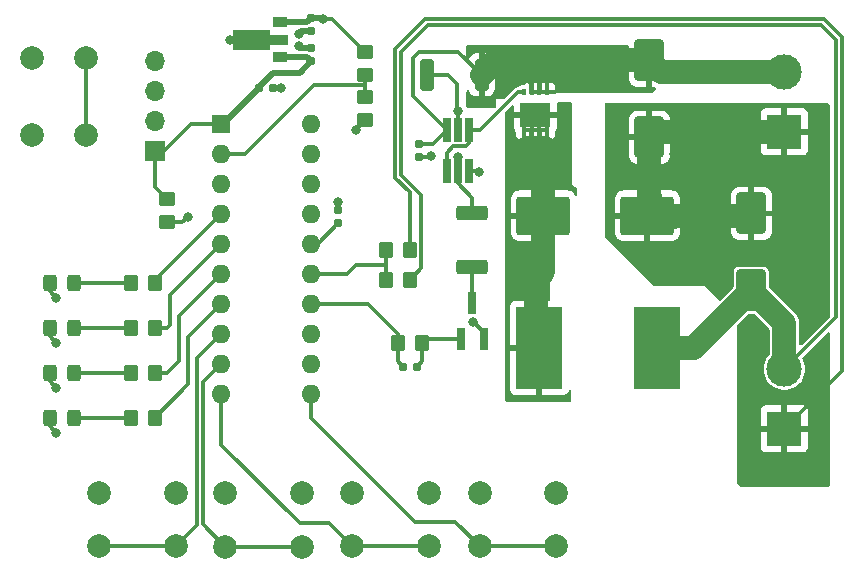
<source format=gtl>
G04 #@! TF.GenerationSoftware,KiCad,Pcbnew,7.0.7*
G04 #@! TF.CreationDate,2023-12-28T09:21:24+02:00*
G04 #@! TF.ProjectId,LED Dimmer,4c454420-4469-46d6-9d65-722e6b696361,rev?*
G04 #@! TF.SameCoordinates,Original*
G04 #@! TF.FileFunction,Copper,L1,Top*
G04 #@! TF.FilePolarity,Positive*
%FSLAX46Y46*%
G04 Gerber Fmt 4.6, Leading zero omitted, Abs format (unit mm)*
G04 Created by KiCad (PCBNEW 7.0.7) date 2023-12-28 09:21:24*
%MOMM*%
%LPD*%
G01*
G04 APERTURE LIST*
G04 Aperture macros list*
%AMRoundRect*
0 Rectangle with rounded corners*
0 $1 Rounding radius*
0 $2 $3 $4 $5 $6 $7 $8 $9 X,Y pos of 4 corners*
0 Add a 4 corners polygon primitive as box body*
4,1,4,$2,$3,$4,$5,$6,$7,$8,$9,$2,$3,0*
0 Add four circle primitives for the rounded corners*
1,1,$1+$1,$2,$3*
1,1,$1+$1,$4,$5*
1,1,$1+$1,$6,$7*
1,1,$1+$1,$8,$9*
0 Add four rect primitives between the rounded corners*
20,1,$1+$1,$2,$3,$4,$5,0*
20,1,$1+$1,$4,$5,$6,$7,0*
20,1,$1+$1,$6,$7,$8,$9,0*
20,1,$1+$1,$8,$9,$2,$3,0*%
%AMFreePoly0*
4,1,9,3.862500,-0.866500,0.737500,-0.866500,0.737500,-0.450000,-0.737500,-0.450000,-0.737500,0.450000,0.737500,0.450000,0.737500,0.866500,3.862500,0.866500,3.862500,-0.866500,3.862500,-0.866500,$1*%
G04 Aperture macros list end*
G04 #@! TA.AperFunction,ComponentPad*
%ADD10R,3.000000X3.000000*%
G04 #@! TD*
G04 #@! TA.AperFunction,ComponentPad*
%ADD11C,3.000000*%
G04 #@! TD*
G04 #@! TA.AperFunction,SMDPad,CuDef*
%ADD12RoundRect,0.250000X0.350000X0.450000X-0.350000X0.450000X-0.350000X-0.450000X0.350000X-0.450000X0*%
G04 #@! TD*
G04 #@! TA.AperFunction,ComponentPad*
%ADD13R,1.700000X1.700000*%
G04 #@! TD*
G04 #@! TA.AperFunction,ComponentPad*
%ADD14O,1.700000X1.700000*%
G04 #@! TD*
G04 #@! TA.AperFunction,SMDPad,CuDef*
%ADD15RoundRect,0.155000X-0.212500X-0.155000X0.212500X-0.155000X0.212500X0.155000X-0.212500X0.155000X0*%
G04 #@! TD*
G04 #@! TA.AperFunction,SMDPad,CuDef*
%ADD16RoundRect,0.250000X-0.450000X0.350000X-0.450000X-0.350000X0.450000X-0.350000X0.450000X0.350000X0*%
G04 #@! TD*
G04 #@! TA.AperFunction,ComponentPad*
%ADD17C,2.000000*%
G04 #@! TD*
G04 #@! TA.AperFunction,SMDPad,CuDef*
%ADD18R,0.650000X2.000000*%
G04 #@! TD*
G04 #@! TA.AperFunction,SMDPad,CuDef*
%ADD19RoundRect,0.250000X-0.325000X-0.450000X0.325000X-0.450000X0.325000X0.450000X-0.325000X0.450000X0*%
G04 #@! TD*
G04 #@! TA.AperFunction,SMDPad,CuDef*
%ADD20RoundRect,0.155000X-0.155000X0.212500X-0.155000X-0.212500X0.155000X-0.212500X0.155000X0.212500X0*%
G04 #@! TD*
G04 #@! TA.AperFunction,SMDPad,CuDef*
%ADD21RoundRect,0.250000X-0.350000X-0.450000X0.350000X-0.450000X0.350000X0.450000X-0.350000X0.450000X0*%
G04 #@! TD*
G04 #@! TA.AperFunction,SMDPad,CuDef*
%ADD22RoundRect,0.250000X1.000000X-1.500000X1.000000X1.500000X-1.000000X1.500000X-1.000000X-1.500000X0*%
G04 #@! TD*
G04 #@! TA.AperFunction,SMDPad,CuDef*
%ADD23RoundRect,0.155000X0.155000X-0.212500X0.155000X0.212500X-0.155000X0.212500X-0.155000X-0.212500X0*%
G04 #@! TD*
G04 #@! TA.AperFunction,SMDPad,CuDef*
%ADD24RoundRect,0.250000X2.000000X-1.400000X2.000000X1.400000X-2.000000X1.400000X-2.000000X-1.400000X0*%
G04 #@! TD*
G04 #@! TA.AperFunction,SMDPad,CuDef*
%ADD25R,4.000000X7.000000*%
G04 #@! TD*
G04 #@! TA.AperFunction,SMDPad,CuDef*
%ADD26R,0.400000X0.600000*%
G04 #@! TD*
G04 #@! TA.AperFunction,SMDPad,CuDef*
%ADD27R,0.400000X0.550000*%
G04 #@! TD*
G04 #@! TA.AperFunction,SMDPad,CuDef*
%ADD28R,2.650000X2.030000*%
G04 #@! TD*
G04 #@! TA.AperFunction,SMDPad,CuDef*
%ADD29R,0.800000X1.900000*%
G04 #@! TD*
G04 #@! TA.AperFunction,SMDPad,CuDef*
%ADD30R,1.300000X0.900000*%
G04 #@! TD*
G04 #@! TA.AperFunction,SMDPad,CuDef*
%ADD31FreePoly0,180.000000*%
G04 #@! TD*
G04 #@! TA.AperFunction,SMDPad,CuDef*
%ADD32RoundRect,0.250000X-1.000000X1.500000X-1.000000X-1.500000X1.000000X-1.500000X1.000000X1.500000X0*%
G04 #@! TD*
G04 #@! TA.AperFunction,ComponentPad*
%ADD33R,1.600000X1.600000*%
G04 #@! TD*
G04 #@! TA.AperFunction,ComponentPad*
%ADD34O,1.600000X1.600000*%
G04 #@! TD*
G04 #@! TA.AperFunction,SMDPad,CuDef*
%ADD35RoundRect,0.250000X-0.362500X-1.075000X0.362500X-1.075000X0.362500X1.075000X-0.362500X1.075000X0*%
G04 #@! TD*
G04 #@! TA.AperFunction,SMDPad,CuDef*
%ADD36RoundRect,0.250000X1.075000X-0.362500X1.075000X0.362500X-1.075000X0.362500X-1.075000X-0.362500X0*%
G04 #@! TD*
G04 #@! TA.AperFunction,ViaPad*
%ADD37C,0.800000*%
G04 #@! TD*
G04 #@! TA.AperFunction,Conductor*
%ADD38C,0.300000*%
G04 #@! TD*
G04 #@! TA.AperFunction,Conductor*
%ADD39C,2.000000*%
G04 #@! TD*
G04 #@! TA.AperFunction,Conductor*
%ADD40C,0.500000*%
G04 #@! TD*
G04 APERTURE END LIST*
D10*
X237190000Y-90874000D03*
D11*
X237190000Y-85794000D03*
D12*
X183864000Y-111252000D03*
X181864000Y-111252000D03*
D13*
X183896000Y-92456000D03*
D14*
X183896000Y-89916000D03*
X183896000Y-87376000D03*
X183896000Y-84836000D03*
D15*
X192726500Y-87122000D03*
X193861500Y-87122000D03*
D16*
X201676000Y-84090000D03*
X201676000Y-86090000D03*
D17*
X189842000Y-121484000D03*
X196342000Y-121484000D03*
X189842000Y-125984000D03*
X196342000Y-125984000D03*
D18*
X208620000Y-94152000D03*
X209570000Y-94152000D03*
X210520000Y-94152000D03*
X210520000Y-90732000D03*
X209570000Y-90732000D03*
X208620000Y-90732000D03*
D19*
X174972000Y-103632000D03*
X177022000Y-103632000D03*
D20*
X197104000Y-81220500D03*
X197104000Y-82355500D03*
D21*
X203470000Y-100838000D03*
X205470000Y-100838000D03*
D22*
X234396000Y-104284000D03*
X234396000Y-97784000D03*
D17*
X211380000Y-121448000D03*
X217880000Y-121448000D03*
X211380000Y-125948000D03*
X217880000Y-125948000D03*
D12*
X183864000Y-107442000D03*
X181864000Y-107442000D03*
D19*
X174972000Y-111252000D03*
X177022000Y-111252000D03*
D23*
X197104000Y-84895500D03*
X197104000Y-83760500D03*
D15*
X204918500Y-110744000D03*
X206053500Y-110744000D03*
D17*
X173518000Y-91134000D03*
X173518000Y-84634000D03*
X178018000Y-91134000D03*
X178018000Y-84634000D03*
D12*
X183864000Y-115062000D03*
X181864000Y-115062000D03*
D24*
X216788000Y-97986000D03*
X225588000Y-97986000D03*
D16*
X201676000Y-87900000D03*
X201676000Y-89900000D03*
D25*
X216442000Y-109162000D03*
X226442000Y-109162000D03*
D26*
X217083000Y-87496000D03*
X216433000Y-87496000D03*
X215783000Y-87496000D03*
X215133000Y-87496000D03*
D27*
X217083000Y-90721000D03*
X216433000Y-90721000D03*
D28*
X216108000Y-89431000D03*
D27*
X215783000Y-90721000D03*
X215133000Y-90721000D03*
D23*
X199390000Y-98611500D03*
X199390000Y-97476500D03*
D29*
X209824000Y-108376000D03*
X211724000Y-108376000D03*
X210774000Y-105376000D03*
D19*
X174972000Y-107442000D03*
X177022000Y-107442000D03*
D30*
X194482000Y-84558000D03*
D31*
X194394500Y-83058000D03*
D30*
X194482000Y-81558000D03*
D20*
X206268000Y-91874500D03*
X206268000Y-93009500D03*
D16*
X184912000Y-96536000D03*
X184912000Y-98536000D03*
D21*
X204486000Y-108712000D03*
X206486000Y-108712000D03*
D12*
X183880000Y-103632000D03*
X181880000Y-103632000D03*
D17*
X200562000Y-121448000D03*
X207062000Y-121448000D03*
X200562000Y-125948000D03*
X207062000Y-125948000D03*
D32*
X225760000Y-84830000D03*
X225760000Y-91330000D03*
D17*
X179174000Y-121448000D03*
X185674000Y-121448000D03*
X179174000Y-125948000D03*
X185674000Y-125948000D03*
D33*
X189494000Y-90175000D03*
D34*
X189494000Y-92715000D03*
X189494000Y-95255000D03*
X189494000Y-97795000D03*
X189494000Y-100335000D03*
X189494000Y-102875000D03*
X189494000Y-105415000D03*
X189494000Y-107955000D03*
X189494000Y-110495000D03*
X189494000Y-113035000D03*
X197114000Y-113035000D03*
X197114000Y-110495000D03*
X197114000Y-107955000D03*
X197114000Y-105415000D03*
X197114000Y-102875000D03*
X197114000Y-100335000D03*
X197114000Y-97795000D03*
X197114000Y-95255000D03*
X197114000Y-92715000D03*
X197114000Y-90175000D03*
D35*
X206937500Y-86048000D03*
X211562500Y-86048000D03*
D10*
X237190000Y-116020000D03*
D11*
X237190000Y-110940000D03*
D12*
X205470000Y-103378000D03*
X203470000Y-103378000D03*
D36*
X210774000Y-102330500D03*
X210774000Y-97705500D03*
D19*
X174981000Y-115062000D03*
X177031000Y-115062000D03*
D37*
X196088000Y-83566000D03*
X235966000Y-119380000D03*
X240030000Y-117094000D03*
X233934000Y-101346000D03*
X227838000Y-103124000D03*
X229870000Y-94488000D03*
X231902000Y-98044000D03*
X175514000Y-112522000D03*
X237998000Y-97790000D03*
X191770000Y-83058000D03*
X240030000Y-104902000D03*
X237998000Y-101346000D03*
X240030000Y-101346000D03*
X196088000Y-82550000D03*
X227838000Y-92710000D03*
X231902000Y-90932000D03*
X199390000Y-96774000D03*
X237998000Y-94234000D03*
X193040000Y-83058000D03*
X211328000Y-94234000D03*
X237998000Y-103124000D03*
X175514000Y-116332000D03*
X227838000Y-90932000D03*
X234442000Y-114808000D03*
X237998000Y-119380000D03*
X200914000Y-90678000D03*
X231902000Y-103124000D03*
X233934000Y-94488000D03*
X240030000Y-114808000D03*
X240030000Y-103124000D03*
X231902000Y-94488000D03*
X229870000Y-98044000D03*
X231902000Y-92710000D03*
X175514000Y-104902000D03*
X237998000Y-99568000D03*
X225806000Y-96266000D03*
X234442000Y-110236000D03*
X225806000Y-92710000D03*
X234442000Y-107950000D03*
X229870000Y-103124000D03*
X237998000Y-96012000D03*
X190246000Y-83058000D03*
X227838000Y-94488000D03*
X227838000Y-101346000D03*
X229870000Y-101346000D03*
X240030000Y-97790000D03*
X233934000Y-98044000D03*
X234442000Y-112522000D03*
X231902000Y-101346000D03*
X240030000Y-94234000D03*
X194564000Y-87122000D03*
X210820000Y-106934000D03*
X235966000Y-101346000D03*
X227838000Y-98044000D03*
X225806000Y-94488000D03*
X207284000Y-92950000D03*
X233934000Y-90932000D03*
X194564000Y-83058000D03*
X225806000Y-98044000D03*
X240030000Y-119380000D03*
X234442000Y-119380000D03*
X225806000Y-90932000D03*
X229870000Y-92710000D03*
X229870000Y-90932000D03*
X240030000Y-110236000D03*
X240030000Y-96012000D03*
X175514000Y-108712000D03*
X233934000Y-92710000D03*
X240030000Y-99568000D03*
X234442000Y-117094000D03*
X198120000Y-81280000D03*
X186690000Y-98044000D03*
X209550000Y-92964000D03*
X209570000Y-89140000D03*
X215392000Y-89916000D03*
X215392000Y-88900000D03*
X216916000Y-92202000D03*
X215392000Y-92202000D03*
X216916000Y-93472000D03*
X215392000Y-94742000D03*
X216916000Y-88900000D03*
X216916000Y-94742000D03*
X218440000Y-92202000D03*
X218440000Y-93472000D03*
X216916000Y-89916000D03*
X218440000Y-94742000D03*
X215392000Y-93472000D03*
D38*
X197114000Y-105415000D02*
X201935000Y-105415000D01*
X201935000Y-105415000D02*
X204486000Y-107966000D01*
X204486000Y-107966000D02*
X204486000Y-108712000D01*
X204486000Y-108712000D02*
X204486000Y-110311500D01*
X204486000Y-110311500D02*
X204918500Y-110744000D01*
X206486000Y-108712000D02*
X206486000Y-110311500D01*
X206486000Y-108712000D02*
X206822000Y-108376000D01*
X206822000Y-108376000D02*
X209824000Y-108376000D01*
X206486000Y-110311500D02*
X206053500Y-110744000D01*
D39*
X225806000Y-98044000D02*
X225864000Y-97986000D01*
X225806000Y-90932000D02*
X225806000Y-91284000D01*
X229870000Y-90932000D02*
X229812000Y-90874000D01*
X225760000Y-92664000D02*
X225806000Y-92710000D01*
X225806000Y-94488000D02*
X225760000Y-94534000D01*
D38*
X199390000Y-97476500D02*
X199390000Y-96774000D01*
X174981000Y-115062000D02*
X174981000Y-115799000D01*
D39*
X233934000Y-98044000D02*
X233992000Y-97986000D01*
D38*
X174972000Y-103632000D02*
X174972000Y-104360000D01*
X205470000Y-100838000D02*
X205470000Y-95996000D01*
D40*
X196282500Y-82355500D02*
X196088000Y-82550000D01*
X191770000Y-83058000D02*
X190246000Y-83058000D01*
D38*
X242062000Y-82804000D02*
X242062000Y-111148000D01*
X242062000Y-111148000D02*
X237190000Y-116020000D01*
D39*
X226216000Y-90874000D02*
X226158000Y-90932000D01*
X233992000Y-90874000D02*
X233934000Y-90932000D01*
D38*
X204216000Y-83820000D02*
X206756000Y-81280000D01*
D39*
X225760000Y-92756000D02*
X225760000Y-94442000D01*
X233934000Y-90932000D02*
X233876000Y-90874000D01*
D38*
X207224500Y-93009500D02*
X207284000Y-92950000D01*
D40*
X197104000Y-82355500D02*
X196282500Y-82355500D01*
D38*
X206756000Y-81280000D02*
X240538000Y-81280000D01*
D39*
X231960000Y-90874000D02*
X231902000Y-90932000D01*
D38*
X204216000Y-94742000D02*
X204216000Y-83820000D01*
D39*
X227838000Y-98044000D02*
X227896000Y-97986000D01*
D38*
X174972000Y-111980000D02*
X175514000Y-112522000D01*
X206268000Y-93009500D02*
X207224500Y-93009500D01*
X174972000Y-107442000D02*
X174972000Y-108170000D01*
D39*
X225864000Y-97986000D02*
X227780000Y-97986000D01*
D38*
X211246000Y-94152000D02*
X210520000Y-94152000D01*
D39*
X231844000Y-97986000D02*
X231902000Y-98044000D01*
X233992000Y-97986000D02*
X234194000Y-97986000D01*
X229928000Y-97986000D02*
X231844000Y-97986000D01*
X231844000Y-90874000D02*
X229928000Y-90874000D01*
D38*
X210820000Y-106934000D02*
X211724000Y-107838000D01*
D39*
X231902000Y-98044000D02*
X231960000Y-97986000D01*
X225760000Y-97814000D02*
X225588000Y-97986000D01*
X225748000Y-97986000D02*
X225806000Y-98044000D01*
D40*
X193861500Y-87122000D02*
X194564000Y-87122000D01*
D38*
X174981000Y-115799000D02*
X175514000Y-116332000D01*
D39*
X233876000Y-90874000D02*
X231960000Y-90874000D01*
D38*
X174972000Y-104360000D02*
X175514000Y-104902000D01*
D39*
X225760000Y-94534000D02*
X225760000Y-96220000D01*
X231960000Y-97986000D02*
X233876000Y-97986000D01*
D38*
X201676000Y-89916000D02*
X200914000Y-90678000D01*
D39*
X225588000Y-97986000D02*
X225748000Y-97986000D01*
D38*
X240538000Y-81280000D02*
X242062000Y-82804000D01*
D39*
X231902000Y-90932000D02*
X231844000Y-90874000D01*
X225806000Y-91284000D02*
X225760000Y-91330000D01*
X229928000Y-90874000D02*
X229870000Y-90932000D01*
X225806000Y-96266000D02*
X225760000Y-96312000D01*
X227780000Y-90874000D02*
X226216000Y-90874000D01*
D38*
X211724000Y-107838000D02*
X211724000Y-108376000D01*
D39*
X227896000Y-90874000D02*
X227838000Y-90932000D01*
X229812000Y-90874000D02*
X227896000Y-90874000D01*
X225806000Y-92710000D02*
X225760000Y-92756000D01*
X229812000Y-97986000D02*
X229870000Y-98044000D01*
X225760000Y-96220000D02*
X225806000Y-96266000D01*
D40*
X196282500Y-83760500D02*
X196088000Y-83566000D01*
D38*
X174972000Y-111252000D02*
X174972000Y-111980000D01*
D39*
X227896000Y-97986000D02*
X229812000Y-97986000D01*
D38*
X174972000Y-108170000D02*
X175514000Y-108712000D01*
D39*
X225760000Y-96312000D02*
X225760000Y-97814000D01*
X237190000Y-90874000D02*
X233992000Y-90874000D01*
X225760000Y-94442000D02*
X225806000Y-94488000D01*
X233876000Y-97986000D02*
X233934000Y-98044000D01*
D40*
X197104000Y-83760500D02*
X196282500Y-83760500D01*
D39*
X229870000Y-98044000D02*
X229928000Y-97986000D01*
D38*
X201676000Y-89900000D02*
X201676000Y-89916000D01*
X205470000Y-95996000D02*
X204216000Y-94742000D01*
D39*
X225760000Y-91330000D02*
X225760000Y-92664000D01*
X226158000Y-90932000D02*
X225806000Y-90932000D01*
D38*
X211328000Y-94234000D02*
X211246000Y-94152000D01*
D39*
X227780000Y-97986000D02*
X227838000Y-98044000D01*
X227838000Y-90932000D02*
X227780000Y-90874000D01*
X234194000Y-97986000D02*
X234396000Y-97784000D01*
D40*
X194482000Y-81558000D02*
X196766500Y-81558000D01*
X197104000Y-81220500D02*
X198060500Y-81220500D01*
D38*
X215842000Y-86048000D02*
X216433000Y-86639000D01*
D40*
X196766500Y-81558000D02*
X197104000Y-81220500D01*
D38*
X208620000Y-90732000D02*
X205740000Y-87852000D01*
X214935000Y-86048000D02*
X215842000Y-86048000D01*
X215783000Y-86896000D02*
X215783000Y-87496000D01*
D40*
X198060500Y-81220500D02*
X198120000Y-81280000D01*
D38*
X215842000Y-86048000D02*
X216604000Y-86048000D01*
X205740000Y-84582000D02*
X206248000Y-84074000D01*
D39*
X212780500Y-84830000D02*
X225760000Y-84830000D01*
X211562500Y-86048000D02*
X212780500Y-84830000D01*
D38*
X216433000Y-86639000D02*
X216433000Y-87496000D01*
X206248000Y-84074000D02*
X209588500Y-84074000D01*
X198866000Y-81280000D02*
X198120000Y-81280000D01*
D39*
X237190000Y-85794000D02*
X226724000Y-85794000D01*
X226724000Y-85794000D02*
X225760000Y-84830000D01*
D38*
X214935000Y-86048000D02*
X215783000Y-86896000D01*
X216604000Y-86048000D02*
X217083000Y-86527000D01*
X201676000Y-84090000D02*
X198866000Y-81280000D01*
X205740000Y-87852000D02*
X205740000Y-84582000D01*
X206268000Y-91874500D02*
X207477500Y-91874500D01*
X217083000Y-86527000D02*
X217083000Y-87496000D01*
X211562500Y-86048000D02*
X214935000Y-86048000D01*
X209588500Y-84074000D02*
X211562500Y-86048000D01*
X207477500Y-91874500D02*
X208620000Y-90732000D01*
D40*
X196766500Y-84558000D02*
X197104000Y-84895500D01*
D38*
X186944000Y-90170000D02*
X186949000Y-90175000D01*
D40*
X189673500Y-90175000D02*
X192726500Y-87122000D01*
X189499000Y-90170000D02*
X189494000Y-90175000D01*
D38*
X186949000Y-90175000D02*
X189494000Y-90175000D01*
D40*
X193908401Y-85852000D02*
X196147500Y-85852000D01*
D38*
X184658000Y-92456000D02*
X186944000Y-90170000D01*
D40*
X196147500Y-85852000D02*
X197104000Y-84895500D01*
D38*
X183896000Y-92456000D02*
X184658000Y-92456000D01*
D40*
X189494000Y-90175000D02*
X189673500Y-90175000D01*
D38*
X183896000Y-95520000D02*
X183896000Y-92456000D01*
X184912000Y-96536000D02*
X183896000Y-95520000D01*
D40*
X192726500Y-87033901D02*
X193908401Y-85852000D01*
X192726500Y-87122000D02*
X192726500Y-87033901D01*
X194482000Y-84558000D02*
X196766500Y-84558000D01*
D38*
X184912000Y-98536000D02*
X186198000Y-98536000D01*
X197114000Y-100335000D02*
X197666500Y-100335000D01*
X186198000Y-98536000D02*
X186690000Y-98044000D01*
X197666500Y-100335000D02*
X199390000Y-98611500D01*
X178018000Y-84634000D02*
X178018000Y-91134000D01*
X181880000Y-103632000D02*
X177022000Y-103632000D01*
X181864000Y-107442000D02*
X177022000Y-107442000D01*
X181864000Y-111252000D02*
X177022000Y-111252000D01*
X181864000Y-115062000D02*
X177031000Y-115062000D01*
X210774000Y-102330500D02*
X210774000Y-105376000D01*
X208620000Y-94152000D02*
X208620000Y-92630000D01*
X211424000Y-90732000D02*
X214660000Y-87496000D01*
X210520000Y-90732000D02*
X211424000Y-90732000D01*
X210245000Y-92082000D02*
X210520000Y-91807000D01*
X209168000Y-92082000D02*
X210245000Y-92082000D01*
X210520000Y-91807000D02*
X210520000Y-90732000D01*
X214660000Y-87496000D02*
X215133000Y-87496000D01*
X208620000Y-92630000D02*
X209168000Y-92082000D01*
X209570000Y-92984000D02*
X209570000Y-94152000D01*
X209550000Y-95207000D02*
X210774000Y-96431000D01*
X209550000Y-92964000D02*
X209570000Y-92984000D01*
X208742000Y-86048000D02*
X209504000Y-86810000D01*
X209504000Y-89074000D02*
X209570000Y-89140000D01*
X206937500Y-86048000D02*
X208742000Y-86048000D01*
X209550000Y-92964000D02*
X209550000Y-95207000D01*
X209570000Y-90732000D02*
X209570000Y-89140000D01*
X210774000Y-96431000D02*
X210774000Y-97705500D01*
X209504000Y-86810000D02*
X209504000Y-89074000D01*
X200147000Y-102875000D02*
X200914000Y-102108000D01*
X197114000Y-102875000D02*
X200147000Y-102875000D01*
X203470000Y-100838000D02*
X203470000Y-102362000D01*
X203470000Y-102362000D02*
X203470000Y-103378000D01*
X200914000Y-102108000D02*
X203470000Y-102108000D01*
X191511000Y-92715000D02*
X197358000Y-86868000D01*
X197358000Y-86868000D02*
X201676000Y-86868000D01*
X189494000Y-92715000D02*
X191511000Y-92715000D01*
X201676000Y-87900000D02*
X201676000Y-86868000D01*
X201676000Y-86868000D02*
X201676000Y-86090000D01*
X189842000Y-125984000D02*
X187960000Y-124102000D01*
X187960000Y-112029000D02*
X189494000Y-110495000D01*
X187960000Y-124102000D02*
X187960000Y-112029000D01*
X189842000Y-125984000D02*
X196342000Y-125984000D01*
X207062000Y-125948000D02*
X200562000Y-125948000D01*
X200562000Y-125948000D02*
X198628000Y-124014000D01*
X189494000Y-117358000D02*
X189494000Y-113035000D01*
X196150000Y-124014000D02*
X189494000Y-117358000D01*
X198628000Y-124014000D02*
X196150000Y-124014000D01*
X211380000Y-125948000D02*
X209296000Y-123864000D01*
X197114000Y-115072000D02*
X197114000Y-113035000D01*
X205906000Y-123864000D02*
X197114000Y-115072000D01*
X209296000Y-123864000D02*
X205906000Y-123864000D01*
X211380000Y-125948000D02*
X217880000Y-125948000D01*
D39*
X216788000Y-94614000D02*
X216788000Y-94106000D01*
X216154000Y-103378000D02*
X216154000Y-108874000D01*
X216788000Y-97986000D02*
X216788000Y-94870000D01*
X216916000Y-94742000D02*
X216788000Y-94614000D01*
X216788000Y-97986000D02*
X216788000Y-102744000D01*
X215392000Y-94742000D02*
X215900000Y-93218000D01*
X215392000Y-92202000D02*
X215392000Y-93472000D01*
X216916000Y-92202000D02*
X215392000Y-92202000D01*
X216154000Y-108874000D02*
X216442000Y-109162000D01*
X216916000Y-93472000D02*
X216916000Y-92202000D01*
X216788000Y-94870000D02*
X216916000Y-94742000D01*
X216788000Y-94106000D02*
X216916000Y-93472000D01*
X216788000Y-102744000D02*
X216154000Y-103378000D01*
X215392000Y-93472000D02*
X215392000Y-94742000D01*
D38*
X240284000Y-81788000D02*
X241562000Y-83066000D01*
X206420000Y-96184000D02*
X204724000Y-94488000D01*
X241562000Y-83066000D02*
X241562000Y-106568000D01*
D39*
X237190000Y-110940000D02*
X237190000Y-107078000D01*
D38*
X206420000Y-102428000D02*
X206420000Y-96184000D01*
X205470000Y-103378000D02*
X206420000Y-102428000D01*
D39*
X226442000Y-109162000D02*
X229518000Y-109162000D01*
D38*
X204724000Y-94488000D02*
X204724000Y-84074000D01*
D39*
X229518000Y-109162000D02*
X234396000Y-104284000D01*
D38*
X204724000Y-84074000D02*
X207010000Y-81788000D01*
D39*
X237190000Y-107078000D02*
X234396000Y-104284000D01*
D38*
X207010000Y-81788000D02*
X240284000Y-81788000D01*
X241562000Y-106568000D02*
X237190000Y-110940000D01*
X187452000Y-124170000D02*
X187452000Y-109997000D01*
X187452000Y-109997000D02*
X189494000Y-107955000D01*
X179174000Y-125948000D02*
X185674000Y-125948000D01*
X185674000Y-125948000D02*
X187452000Y-124170000D01*
X183880000Y-103409000D02*
X183880000Y-103632000D01*
X189494000Y-97795000D02*
X183880000Y-103409000D01*
X183864000Y-107442000D02*
X184912000Y-107442000D01*
X185166000Y-104663000D02*
X189494000Y-100335000D01*
X185166000Y-107188000D02*
X185166000Y-104663000D01*
X184912000Y-107442000D02*
X185166000Y-107188000D01*
X184912000Y-111252000D02*
X183864000Y-111252000D01*
X185928000Y-110236000D02*
X184912000Y-111252000D01*
X189494000Y-102875000D02*
X185928000Y-106441000D01*
X185928000Y-106441000D02*
X185928000Y-110236000D01*
X189494000Y-105415000D02*
X186682000Y-108227000D01*
X186682000Y-108227000D02*
X186682000Y-112244000D01*
X186682000Y-112244000D02*
X183864000Y-115062000D01*
G04 #@! TA.AperFunction,Conductor*
G36*
X219119804Y-88353685D02*
G01*
X219165559Y-88406489D01*
X219176765Y-88457896D01*
X219182525Y-95332034D01*
X219182526Y-95332035D01*
X219610946Y-95630900D01*
X219654666Y-95685399D01*
X219664000Y-95732598D01*
X219664000Y-96140341D01*
X219644315Y-96207380D01*
X219591511Y-96253135D01*
X219522353Y-96263079D01*
X219458797Y-96234054D01*
X219434461Y-96205438D01*
X219380315Y-96117654D01*
X219256345Y-95993684D01*
X219107124Y-95901643D01*
X219107119Y-95901641D01*
X218940697Y-95846494D01*
X218940690Y-95846493D01*
X218837986Y-95836000D01*
X217038000Y-95836000D01*
X217038000Y-100135999D01*
X217468639Y-100135999D01*
X217535678Y-100155684D01*
X217581433Y-100208488D01*
X217591377Y-100277646D01*
X217562352Y-100341202D01*
X217556320Y-100347680D01*
X217378000Y-100525999D01*
X217378000Y-105038000D01*
X217358315Y-105105039D01*
X217305511Y-105150794D01*
X217254000Y-105162000D01*
X216692000Y-105162000D01*
X216692000Y-113162000D01*
X218489828Y-113162000D01*
X218489844Y-113161999D01*
X218549372Y-113155598D01*
X218549379Y-113155596D01*
X218684086Y-113105354D01*
X218684093Y-113105350D01*
X218799187Y-113019190D01*
X218799190Y-113019187D01*
X218885350Y-112904093D01*
X218885354Y-112904086D01*
X218915818Y-112822409D01*
X218957689Y-112766475D01*
X219023153Y-112742058D01*
X219091426Y-112756909D01*
X219140832Y-112806315D01*
X219156000Y-112865742D01*
X219156000Y-113610000D01*
X219136315Y-113677039D01*
X219083511Y-113722794D01*
X219032000Y-113734000D01*
X213692000Y-113734000D01*
X213624961Y-113714315D01*
X213579206Y-113661511D01*
X213568000Y-113610000D01*
X213568000Y-109412000D01*
X213942000Y-109412000D01*
X213942000Y-112709844D01*
X213948401Y-112769372D01*
X213948403Y-112769379D01*
X213998645Y-112904086D01*
X213998649Y-112904093D01*
X214084809Y-113019187D01*
X214084812Y-113019190D01*
X214199906Y-113105350D01*
X214199913Y-113105354D01*
X214334620Y-113155596D01*
X214334627Y-113155598D01*
X214394155Y-113161999D01*
X214394172Y-113162000D01*
X216192000Y-113162000D01*
X216192000Y-109412000D01*
X213942000Y-109412000D01*
X213568000Y-109412000D01*
X213568000Y-108912000D01*
X213942000Y-108912000D01*
X216192000Y-108912000D01*
X216192000Y-105162000D01*
X214394155Y-105162000D01*
X214334627Y-105168401D01*
X214334620Y-105168403D01*
X214199913Y-105218645D01*
X214199906Y-105218649D01*
X214084812Y-105304809D01*
X214084809Y-105304812D01*
X213998649Y-105419906D01*
X213998645Y-105419913D01*
X213948403Y-105554620D01*
X213948401Y-105554627D01*
X213942000Y-105614155D01*
X213942000Y-108912000D01*
X213568000Y-108912000D01*
X213568000Y-98236000D01*
X214038001Y-98236000D01*
X214038001Y-99435986D01*
X214048494Y-99538697D01*
X214103641Y-99705119D01*
X214103643Y-99705124D01*
X214195684Y-99854345D01*
X214319654Y-99978315D01*
X214468875Y-100070356D01*
X214468880Y-100070358D01*
X214635302Y-100125505D01*
X214635309Y-100125506D01*
X214738019Y-100135999D01*
X216537999Y-100135999D01*
X216538000Y-100135998D01*
X216538000Y-98236000D01*
X214038001Y-98236000D01*
X213568000Y-98236000D01*
X213568000Y-97736000D01*
X214038000Y-97736000D01*
X216538000Y-97736000D01*
X216538000Y-95836000D01*
X214738028Y-95836000D01*
X214738012Y-95836001D01*
X214635302Y-95846494D01*
X214468880Y-95901641D01*
X214468875Y-95901643D01*
X214319654Y-95993684D01*
X214195684Y-96117654D01*
X214103643Y-96266875D01*
X214103641Y-96266880D01*
X214048494Y-96433302D01*
X214048493Y-96433309D01*
X214038000Y-96536013D01*
X214038000Y-97736000D01*
X213568000Y-97736000D01*
X213568000Y-89681000D01*
X214283000Y-89681000D01*
X214283000Y-90493844D01*
X214289401Y-90553372D01*
X214289403Y-90553379D01*
X214339645Y-90688086D01*
X214339647Y-90688089D01*
X214408266Y-90779753D01*
X214432683Y-90845218D01*
X214432999Y-90854063D01*
X214432999Y-91043827D01*
X214433000Y-91043844D01*
X214439401Y-91103372D01*
X214439403Y-91103379D01*
X214489645Y-91238086D01*
X214489649Y-91238093D01*
X214575809Y-91353187D01*
X214575812Y-91353190D01*
X214690906Y-91439350D01*
X214690913Y-91439354D01*
X214825620Y-91489596D01*
X214825627Y-91489598D01*
X214885155Y-91495999D01*
X214885172Y-91496000D01*
X214933000Y-91496000D01*
X214933000Y-90921000D01*
X215333000Y-90921000D01*
X215333000Y-91496000D01*
X215380828Y-91496000D01*
X215380841Y-91495999D01*
X215444743Y-91489128D01*
X215471257Y-91489128D01*
X215535158Y-91495999D01*
X215535172Y-91496000D01*
X215583000Y-91496000D01*
X215583000Y-90921000D01*
X215983000Y-90921000D01*
X215983000Y-91496000D01*
X216030828Y-91496000D01*
X216030841Y-91495999D01*
X216094743Y-91489128D01*
X216121257Y-91489128D01*
X216185158Y-91495999D01*
X216185172Y-91496000D01*
X216232999Y-91496000D01*
X216233000Y-90921000D01*
X216633000Y-90921000D01*
X216633000Y-91496000D01*
X216680828Y-91496000D01*
X216680841Y-91495999D01*
X216744743Y-91489128D01*
X216771257Y-91489128D01*
X216835158Y-91495999D01*
X216835172Y-91496000D01*
X216883000Y-91496000D01*
X216883000Y-90921000D01*
X216633000Y-90921000D01*
X216233000Y-90921000D01*
X215983000Y-90921000D01*
X215583000Y-90921000D01*
X215333000Y-90921000D01*
X214933000Y-90921000D01*
X214933000Y-90645000D01*
X214952685Y-90577961D01*
X215005489Y-90532206D01*
X215057000Y-90521000D01*
X217159000Y-90521000D01*
X217226039Y-90540685D01*
X217271794Y-90593489D01*
X217283000Y-90645000D01*
X217283000Y-91496000D01*
X217330828Y-91496000D01*
X217330844Y-91495999D01*
X217390372Y-91489598D01*
X217390379Y-91489596D01*
X217525086Y-91439354D01*
X217525093Y-91439350D01*
X217640187Y-91353190D01*
X217640190Y-91353187D01*
X217726350Y-91238093D01*
X217726354Y-91238086D01*
X217776596Y-91103379D01*
X217776598Y-91103372D01*
X217782999Y-91043844D01*
X217783000Y-91043827D01*
X217783000Y-90854064D01*
X217802685Y-90787025D01*
X217807733Y-90779753D01*
X217876353Y-90688088D01*
X217876354Y-90688086D01*
X217926596Y-90553379D01*
X217926598Y-90553372D01*
X217932999Y-90493844D01*
X217933000Y-90493827D01*
X217933000Y-89681000D01*
X214283000Y-89681000D01*
X213568000Y-89681000D01*
X213568000Y-89205754D01*
X213587685Y-89138715D01*
X213604314Y-89118078D01*
X214071321Y-88651071D01*
X214132642Y-88617588D01*
X214202334Y-88622572D01*
X214258267Y-88664444D01*
X214282684Y-88729908D01*
X214283000Y-88738754D01*
X214283000Y-89181000D01*
X217933000Y-89181000D01*
X217933000Y-88458000D01*
X217952685Y-88390961D01*
X218005489Y-88345206D01*
X218057000Y-88334000D01*
X219052765Y-88334000D01*
X219119804Y-88353685D01*
G37*
G04 #@! TD.AperFunction*
G04 #@! TA.AperFunction,Conductor*
G36*
X223953039Y-83527685D02*
G01*
X223998794Y-83580489D01*
X224010000Y-83632000D01*
X224010000Y-84580000D01*
X225886000Y-84580000D01*
X225953039Y-84599685D01*
X225998794Y-84652489D01*
X226010000Y-84704000D01*
X226010000Y-87079999D01*
X226206638Y-87079999D01*
X226273677Y-87099684D01*
X226319432Y-87152488D01*
X226329376Y-87221646D01*
X226300351Y-87285202D01*
X226294319Y-87291680D01*
X226050319Y-87535681D01*
X225988996Y-87569166D01*
X225962638Y-87572000D01*
X217885999Y-87572000D01*
X217805559Y-87652441D01*
X217804062Y-87650944D01*
X217791636Y-87666363D01*
X217783417Y-87674582D01*
X217719303Y-87695921D01*
X217714879Y-87696000D01*
X215707500Y-87696000D01*
X215640461Y-87676315D01*
X215594706Y-87623511D01*
X215583500Y-87572000D01*
X215583500Y-87295999D01*
X215982999Y-87295999D01*
X215983000Y-87296000D01*
X216233000Y-87296000D01*
X216233000Y-86696000D01*
X216633000Y-86696000D01*
X216633000Y-87296000D01*
X216883000Y-87296000D01*
X216883000Y-86696000D01*
X217283000Y-86696000D01*
X217283000Y-87296000D01*
X217783000Y-87296000D01*
X217783000Y-87148172D01*
X217782999Y-87148155D01*
X217776598Y-87088627D01*
X217776596Y-87088620D01*
X217726354Y-86953913D01*
X217726350Y-86953906D01*
X217640190Y-86838812D01*
X217640187Y-86838809D01*
X217525093Y-86752649D01*
X217525086Y-86752645D01*
X217390379Y-86702403D01*
X217390372Y-86702401D01*
X217330844Y-86696000D01*
X217283000Y-86696000D01*
X216883000Y-86696000D01*
X216835172Y-86696000D01*
X216835153Y-86696001D01*
X216771255Y-86702871D01*
X216744745Y-86702871D01*
X216680846Y-86696001D01*
X216680828Y-86696000D01*
X216633000Y-86696000D01*
X216233000Y-86696000D01*
X216185172Y-86696000D01*
X216185153Y-86696001D01*
X216121255Y-86702871D01*
X216094745Y-86702871D01*
X216030846Y-86696001D01*
X216030828Y-86696000D01*
X215983000Y-86696000D01*
X215982999Y-87295999D01*
X215583500Y-87295999D01*
X215583500Y-87171323D01*
X215583299Y-87169282D01*
X215583000Y-87163202D01*
X215583000Y-86696000D01*
X215535155Y-86696000D01*
X215475627Y-86702401D01*
X215475620Y-86702403D01*
X215340913Y-86752645D01*
X215340906Y-86752649D01*
X215225814Y-86838808D01*
X215225809Y-86838813D01*
X215183141Y-86895811D01*
X215127207Y-86937682D01*
X215083874Y-86945500D01*
X214908323Y-86945500D01*
X214835264Y-86960032D01*
X214835260Y-86960033D01*
X214752398Y-87015399D01*
X214735700Y-87040391D01*
X214682088Y-87085196D01*
X214632598Y-87095500D01*
X214596567Y-87095500D01*
X214575491Y-87102347D01*
X214556582Y-87106887D01*
X214534695Y-87110354D01*
X214514952Y-87120413D01*
X214496988Y-87127854D01*
X214475910Y-87134703D01*
X214475905Y-87134706D01*
X214457977Y-87147731D01*
X214441397Y-87157891D01*
X214421660Y-87167948D01*
X214421659Y-87167949D01*
X214399094Y-87190513D01*
X213545926Y-88043681D01*
X213484603Y-88077166D01*
X213458245Y-88080000D01*
X212805641Y-88080000D01*
X212805941Y-88717942D01*
X212786288Y-88784990D01*
X212733505Y-88830770D01*
X212681941Y-88842000D01*
X210390000Y-88842000D01*
X210322961Y-88822315D01*
X210277206Y-88769511D01*
X210266000Y-88718000D01*
X210266000Y-87457175D01*
X210285685Y-87390136D01*
X210338489Y-87344381D01*
X210407647Y-87334437D01*
X210471203Y-87363462D01*
X210507706Y-87418171D01*
X210515641Y-87442119D01*
X210515643Y-87442124D01*
X210607684Y-87591345D01*
X210731654Y-87715315D01*
X210880875Y-87807356D01*
X210880880Y-87807358D01*
X211047302Y-87862505D01*
X211047309Y-87862506D01*
X211150019Y-87872999D01*
X211312499Y-87872999D01*
X211312500Y-87872998D01*
X211312500Y-86298000D01*
X211812500Y-86298000D01*
X211812500Y-87872999D01*
X211974972Y-87872999D01*
X211974986Y-87872998D01*
X212077697Y-87862505D01*
X212244119Y-87807358D01*
X212244124Y-87807356D01*
X212393345Y-87715315D01*
X212517315Y-87591345D01*
X212609356Y-87442124D01*
X212609358Y-87442119D01*
X212664505Y-87275697D01*
X212664506Y-87275690D01*
X212674999Y-87172986D01*
X212675000Y-87172973D01*
X212675000Y-86298000D01*
X211812500Y-86298000D01*
X211312500Y-86298000D01*
X211312500Y-85797999D01*
X211812499Y-85797999D01*
X211812500Y-85798000D01*
X212674999Y-85798000D01*
X212674999Y-85080000D01*
X224010001Y-85080000D01*
X224010001Y-86379986D01*
X224020494Y-86482697D01*
X224075641Y-86649119D01*
X224075643Y-86649124D01*
X224167684Y-86798345D01*
X224291654Y-86922315D01*
X224440875Y-87014356D01*
X224440880Y-87014358D01*
X224607302Y-87069505D01*
X224607309Y-87069506D01*
X224710019Y-87079999D01*
X225509999Y-87079999D01*
X225510000Y-87079998D01*
X225510000Y-85080000D01*
X224010001Y-85080000D01*
X212674999Y-85080000D01*
X212674999Y-84923028D01*
X212674998Y-84923013D01*
X212664505Y-84820302D01*
X212609358Y-84653880D01*
X212609356Y-84653875D01*
X212517315Y-84504654D01*
X212393345Y-84380684D01*
X212244124Y-84288643D01*
X212244119Y-84288641D01*
X212077697Y-84233494D01*
X212077690Y-84233493D01*
X211974986Y-84223000D01*
X211812500Y-84223000D01*
X211812499Y-85797999D01*
X211312500Y-85797999D01*
X211312500Y-84223000D01*
X211150029Y-84223000D01*
X211150012Y-84223001D01*
X211047302Y-84233494D01*
X210880880Y-84288641D01*
X210880875Y-84288643D01*
X210731654Y-84380684D01*
X210607684Y-84504654D01*
X210515643Y-84653875D01*
X210515642Y-84653878D01*
X210507706Y-84677829D01*
X210467933Y-84735273D01*
X210403417Y-84762096D01*
X210334641Y-84749781D01*
X210283441Y-84702237D01*
X210266000Y-84638824D01*
X210266000Y-83632000D01*
X210285685Y-83564961D01*
X210338489Y-83519206D01*
X210390000Y-83508000D01*
X223886000Y-83508000D01*
X223953039Y-83527685D01*
G37*
G04 #@! TD.AperFunction*
G04 #@! TA.AperFunction,Conductor*
G36*
X234643702Y-106304184D02*
G01*
X234664344Y-106320818D01*
X235903181Y-107559655D01*
X235936666Y-107620978D01*
X235939500Y-107647336D01*
X235939500Y-109658232D01*
X235919815Y-109725271D01*
X235905792Y-109742109D01*
X235906346Y-109742623D01*
X235903194Y-109746019D01*
X235739614Y-109951143D01*
X235608432Y-110178356D01*
X235512582Y-110422578D01*
X235512576Y-110422597D01*
X235454197Y-110678374D01*
X235454196Y-110678379D01*
X235434592Y-110939995D01*
X235434592Y-110940004D01*
X235454196Y-111201620D01*
X235454197Y-111201625D01*
X235512576Y-111457402D01*
X235512578Y-111457411D01*
X235512580Y-111457416D01*
X235608432Y-111701643D01*
X235739614Y-111928857D01*
X235871736Y-112094533D01*
X235903198Y-112133985D01*
X236084753Y-112302441D01*
X236095521Y-112312433D01*
X236312296Y-112460228D01*
X236312301Y-112460230D01*
X236312302Y-112460231D01*
X236312303Y-112460232D01*
X236437843Y-112520688D01*
X236548673Y-112574061D01*
X236548674Y-112574061D01*
X236548677Y-112574063D01*
X236799385Y-112651396D01*
X237058818Y-112690500D01*
X237321182Y-112690500D01*
X237580615Y-112651396D01*
X237831323Y-112574063D01*
X238067704Y-112460228D01*
X238284479Y-112312433D01*
X238476805Y-112133981D01*
X238640386Y-111928857D01*
X238771568Y-111701643D01*
X238867420Y-111457416D01*
X238925802Y-111201630D01*
X238945408Y-110940000D01*
X238925802Y-110678370D01*
X238867420Y-110422584D01*
X238771568Y-110178357D01*
X238726341Y-110100023D01*
X238709869Y-110032125D01*
X238732721Y-109966098D01*
X238746042Y-109950349D01*
X240834320Y-107862072D01*
X240895642Y-107828588D01*
X240965334Y-107833572D01*
X241021267Y-107875444D01*
X241045684Y-107940908D01*
X241046000Y-107949754D01*
X241046000Y-120780000D01*
X241026315Y-120847039D01*
X240973511Y-120892794D01*
X240922000Y-120904000D01*
X233477362Y-120904000D01*
X233410323Y-120884315D01*
X233389681Y-120867681D01*
X233208319Y-120686319D01*
X233174834Y-120624996D01*
X233172000Y-120598638D01*
X233172000Y-117567844D01*
X235190000Y-117567844D01*
X235196401Y-117627372D01*
X235196403Y-117627379D01*
X235246645Y-117762086D01*
X235246649Y-117762093D01*
X235332809Y-117877187D01*
X235332812Y-117877190D01*
X235447906Y-117963350D01*
X235447913Y-117963354D01*
X235582620Y-118013596D01*
X235582627Y-118013598D01*
X235642155Y-118019999D01*
X235642172Y-118020000D01*
X236940000Y-118020000D01*
X236940000Y-116898625D01*
X236959685Y-116831586D01*
X237012489Y-116785831D01*
X237081647Y-116775887D01*
X237092589Y-116777966D01*
X237101169Y-116780000D01*
X237101170Y-116780000D01*
X237234260Y-116780000D01*
X237234267Y-116780000D01*
X237301605Y-116772129D01*
X237370475Y-116783897D01*
X237422051Y-116831031D01*
X237440000Y-116895290D01*
X237440000Y-118020000D01*
X238737828Y-118020000D01*
X238737844Y-118019999D01*
X238797372Y-118013598D01*
X238797379Y-118013596D01*
X238932086Y-117963354D01*
X238932093Y-117963350D01*
X239047187Y-117877190D01*
X239047190Y-117877187D01*
X239133350Y-117762093D01*
X239133354Y-117762086D01*
X239183596Y-117627379D01*
X239183598Y-117627372D01*
X239189999Y-117567844D01*
X239190000Y-117567827D01*
X239190000Y-116270000D01*
X238068159Y-116270000D01*
X238001120Y-116250315D01*
X237955365Y-116197511D01*
X237944369Y-116138790D01*
X237953879Y-115975509D01*
X237953878Y-115975506D01*
X237943304Y-115915531D01*
X237951048Y-115846092D01*
X237995105Y-115791863D01*
X238061487Y-115770062D01*
X238065420Y-115770000D01*
X239190000Y-115770000D01*
X239190000Y-114472172D01*
X239189999Y-114472155D01*
X239183598Y-114412627D01*
X239183596Y-114412620D01*
X239133354Y-114277913D01*
X239133350Y-114277906D01*
X239047190Y-114162812D01*
X239047187Y-114162809D01*
X238932093Y-114076649D01*
X238932086Y-114076645D01*
X238797379Y-114026403D01*
X238797372Y-114026401D01*
X238737844Y-114020000D01*
X237440000Y-114020000D01*
X237440000Y-115141374D01*
X237420315Y-115208413D01*
X237367511Y-115254168D01*
X237298353Y-115264112D01*
X237287407Y-115262032D01*
X237278832Y-115260000D01*
X237278831Y-115260000D01*
X237145733Y-115260000D01*
X237078392Y-115267870D01*
X237009522Y-115256101D01*
X236957947Y-115208966D01*
X236939999Y-115144709D01*
X236940000Y-114020000D01*
X235642155Y-114020000D01*
X235582627Y-114026401D01*
X235582620Y-114026403D01*
X235447913Y-114076645D01*
X235447906Y-114076649D01*
X235332812Y-114162809D01*
X235332809Y-114162812D01*
X235246649Y-114277906D01*
X235246645Y-114277913D01*
X235196403Y-114412620D01*
X235196401Y-114412627D01*
X235190000Y-114472155D01*
X235190000Y-115770000D01*
X236311841Y-115770000D01*
X236378880Y-115789685D01*
X236424635Y-115842489D01*
X236435631Y-115901210D01*
X236426120Y-116064489D01*
X236426121Y-116064491D01*
X236436696Y-116124469D01*
X236428952Y-116193908D01*
X236384895Y-116248137D01*
X236318513Y-116269938D01*
X236314580Y-116270000D01*
X235190000Y-116270000D01*
X235190000Y-117567844D01*
X233172000Y-117567844D01*
X233172000Y-107327835D01*
X233191685Y-107260796D01*
X233208319Y-107240154D01*
X234127655Y-106320818D01*
X234188978Y-106287333D01*
X234215336Y-106284499D01*
X234576663Y-106284499D01*
X234643702Y-106304184D01*
G37*
G04 #@! TD.AperFunction*
G04 #@! TA.AperFunction,Conductor*
G36*
X240807677Y-88411685D02*
G01*
X240828319Y-88428319D01*
X241009680Y-88609680D01*
X241043165Y-88671003D01*
X241045999Y-88697361D01*
X241045999Y-106466245D01*
X241026314Y-106533284D01*
X241009680Y-106553926D01*
X238652180Y-108911426D01*
X238590857Y-108944911D01*
X238521165Y-108939927D01*
X238465232Y-108898055D01*
X238440815Y-108832591D01*
X238440499Y-108823768D01*
X238440499Y-107151708D01*
X238440889Y-107144760D01*
X238445238Y-107106173D01*
X238440639Y-107037962D01*
X238440500Y-107033807D01*
X238440500Y-107021852D01*
X238440500Y-107021845D01*
X238436725Y-106979901D01*
X238430097Y-106881588D01*
X238429028Y-106877345D01*
X238425768Y-106858155D01*
X238425377Y-106853813D01*
X238399169Y-106758852D01*
X238397465Y-106752089D01*
X238375096Y-106663317D01*
X238373289Y-106659339D01*
X238366653Y-106641034D01*
X238365493Y-106636830D01*
X238365492Y-106636827D01*
X238322741Y-106548055D01*
X238282010Y-106458382D01*
X238282007Y-106458375D01*
X238279518Y-106454782D01*
X238269728Y-106437970D01*
X238267829Y-106434027D01*
X238267827Y-106434024D01*
X238267825Y-106434020D01*
X238231417Y-106383910D01*
X238209914Y-106354314D01*
X238153820Y-106273346D01*
X238150729Y-106270255D01*
X238138093Y-106255461D01*
X238135521Y-106251921D01*
X238135519Y-106251919D01*
X238064320Y-106183846D01*
X235932818Y-104052344D01*
X235899333Y-103991021D01*
X235896499Y-103964663D01*
X235896499Y-103849681D01*
X235896499Y-102736128D01*
X235890091Y-102676517D01*
X235839796Y-102541669D01*
X235839795Y-102541668D01*
X235839793Y-102541664D01*
X235753547Y-102426455D01*
X235753544Y-102426452D01*
X235638335Y-102340206D01*
X235638328Y-102340202D01*
X235503482Y-102289908D01*
X235503483Y-102289908D01*
X235443883Y-102283501D01*
X235443881Y-102283500D01*
X235443873Y-102283500D01*
X235443864Y-102283500D01*
X233348129Y-102283500D01*
X233348123Y-102283501D01*
X233288516Y-102289908D01*
X233153671Y-102340202D01*
X233153664Y-102340206D01*
X233038455Y-102426452D01*
X233038452Y-102426455D01*
X232952206Y-102541664D01*
X232952202Y-102541671D01*
X232901908Y-102676517D01*
X232895501Y-102736116D01*
X232895501Y-102736123D01*
X232895500Y-102736135D01*
X232895500Y-103964662D01*
X232875815Y-104031701D01*
X232859181Y-104052343D01*
X231789443Y-105122081D01*
X231728120Y-105155566D01*
X231658428Y-105150582D01*
X231614081Y-105122081D01*
X230378000Y-103886000D01*
X226111362Y-103886000D01*
X226044323Y-103866315D01*
X226023681Y-103849681D01*
X222032319Y-99858319D01*
X221998834Y-99796996D01*
X221996000Y-99770638D01*
X221996000Y-98236000D01*
X222838001Y-98236000D01*
X222838001Y-99435986D01*
X222848494Y-99538697D01*
X222903641Y-99705119D01*
X222903643Y-99705124D01*
X222995684Y-99854345D01*
X223119654Y-99978315D01*
X223268875Y-100070356D01*
X223268880Y-100070358D01*
X223435302Y-100125505D01*
X223435309Y-100125506D01*
X223538019Y-100135999D01*
X225337999Y-100135999D01*
X225338000Y-100135998D01*
X225338000Y-98236000D01*
X225838000Y-98236000D01*
X225838000Y-100135999D01*
X227637972Y-100135999D01*
X227637986Y-100135998D01*
X227740697Y-100125505D01*
X227907119Y-100070358D01*
X227907124Y-100070356D01*
X228056345Y-99978315D01*
X228180315Y-99854345D01*
X228272356Y-99705124D01*
X228272358Y-99705119D01*
X228327505Y-99538697D01*
X228327506Y-99538690D01*
X228337999Y-99435986D01*
X228338000Y-99435973D01*
X228338000Y-98236000D01*
X225838000Y-98236000D01*
X225338000Y-98236000D01*
X222838001Y-98236000D01*
X221996000Y-98236000D01*
X221996000Y-98034000D01*
X232646001Y-98034000D01*
X232646001Y-99333986D01*
X232656494Y-99436697D01*
X232711641Y-99603119D01*
X232711643Y-99603124D01*
X232803684Y-99752345D01*
X232927654Y-99876315D01*
X233076875Y-99968356D01*
X233076880Y-99968358D01*
X233243302Y-100023505D01*
X233243309Y-100023506D01*
X233346019Y-100033999D01*
X234145999Y-100033999D01*
X234146000Y-100033998D01*
X234146000Y-98034000D01*
X234646000Y-98034000D01*
X234646000Y-100033999D01*
X235445972Y-100033999D01*
X235445986Y-100033998D01*
X235548697Y-100023505D01*
X235715119Y-99968358D01*
X235715124Y-99968356D01*
X235864345Y-99876315D01*
X235988315Y-99752345D01*
X236080356Y-99603124D01*
X236080358Y-99603119D01*
X236135505Y-99436697D01*
X236135506Y-99436690D01*
X236145999Y-99333986D01*
X236146000Y-99333973D01*
X236146000Y-98034000D01*
X234646000Y-98034000D01*
X234146000Y-98034000D01*
X232646001Y-98034000D01*
X221996000Y-98034000D01*
X221996000Y-97736000D01*
X222838000Y-97736000D01*
X225338000Y-97736000D01*
X225338000Y-95836000D01*
X225838000Y-95836000D01*
X225838000Y-97736000D01*
X228337999Y-97736000D01*
X228337999Y-97534000D01*
X232646000Y-97534000D01*
X234146000Y-97534000D01*
X234146000Y-95534000D01*
X234646000Y-95534000D01*
X234646000Y-97534000D01*
X236145998Y-97534000D01*
X236145999Y-96234028D01*
X236145998Y-96234013D01*
X236135505Y-96131302D01*
X236080358Y-95964880D01*
X236080356Y-95964875D01*
X235988315Y-95815654D01*
X235864345Y-95691684D01*
X235715124Y-95599643D01*
X235715119Y-95599641D01*
X235548697Y-95544494D01*
X235548690Y-95544493D01*
X235445986Y-95534000D01*
X234646000Y-95534000D01*
X234146000Y-95534000D01*
X233346028Y-95534000D01*
X233346012Y-95534001D01*
X233243302Y-95544494D01*
X233076880Y-95599641D01*
X233076875Y-95599643D01*
X232927654Y-95691684D01*
X232803684Y-95815654D01*
X232711643Y-95964875D01*
X232711641Y-95964880D01*
X232656494Y-96131302D01*
X232656493Y-96131309D01*
X232646000Y-96234013D01*
X232646000Y-97534000D01*
X228337999Y-97534000D01*
X228337999Y-96536028D01*
X228337998Y-96536013D01*
X228327505Y-96433302D01*
X228272358Y-96266880D01*
X228272356Y-96266875D01*
X228180315Y-96117654D01*
X228056345Y-95993684D01*
X227907124Y-95901643D01*
X227907119Y-95901641D01*
X227740697Y-95846494D01*
X227740690Y-95846493D01*
X227637986Y-95836000D01*
X225838000Y-95836000D01*
X225338000Y-95836000D01*
X223538028Y-95836000D01*
X223538012Y-95836001D01*
X223435302Y-95846494D01*
X223268880Y-95901641D01*
X223268875Y-95901643D01*
X223119654Y-95993684D01*
X222995684Y-96117654D01*
X222903643Y-96266875D01*
X222903641Y-96266880D01*
X222848494Y-96433302D01*
X222848493Y-96433309D01*
X222838000Y-96536013D01*
X222838000Y-97736000D01*
X221996000Y-97736000D01*
X221996000Y-91580000D01*
X224010001Y-91580000D01*
X224010001Y-92879986D01*
X224020494Y-92982697D01*
X224075641Y-93149119D01*
X224075643Y-93149124D01*
X224167684Y-93298345D01*
X224291654Y-93422315D01*
X224440875Y-93514356D01*
X224440880Y-93514358D01*
X224607302Y-93569505D01*
X224607309Y-93569506D01*
X224710019Y-93579999D01*
X225509999Y-93579999D01*
X225510000Y-93579998D01*
X225510000Y-91580000D01*
X226010000Y-91580000D01*
X226010000Y-93579999D01*
X226809972Y-93579999D01*
X226809986Y-93579998D01*
X226912697Y-93569505D01*
X227079119Y-93514358D01*
X227079124Y-93514356D01*
X227228345Y-93422315D01*
X227352315Y-93298345D01*
X227444356Y-93149124D01*
X227444358Y-93149119D01*
X227499505Y-92982697D01*
X227499506Y-92982690D01*
X227509999Y-92879986D01*
X227510000Y-92879973D01*
X227510000Y-92421844D01*
X235190000Y-92421844D01*
X235196401Y-92481372D01*
X235196403Y-92481379D01*
X235246645Y-92616086D01*
X235246649Y-92616093D01*
X235332809Y-92731187D01*
X235332812Y-92731190D01*
X235447906Y-92817350D01*
X235447913Y-92817354D01*
X235582620Y-92867596D01*
X235582627Y-92867598D01*
X235642155Y-92873999D01*
X235642172Y-92874000D01*
X236940000Y-92874000D01*
X236940000Y-91752625D01*
X236959685Y-91685586D01*
X237012489Y-91639831D01*
X237081647Y-91629887D01*
X237092589Y-91631966D01*
X237101169Y-91634000D01*
X237101170Y-91634000D01*
X237234260Y-91634000D01*
X237234267Y-91634000D01*
X237301605Y-91626129D01*
X237370475Y-91637897D01*
X237422051Y-91685031D01*
X237440000Y-91749290D01*
X237440000Y-92874000D01*
X238737828Y-92874000D01*
X238737844Y-92873999D01*
X238797372Y-92867598D01*
X238797379Y-92867596D01*
X238932086Y-92817354D01*
X238932093Y-92817350D01*
X239047187Y-92731190D01*
X239047190Y-92731187D01*
X239133350Y-92616093D01*
X239133354Y-92616086D01*
X239183596Y-92481379D01*
X239183598Y-92481372D01*
X239189999Y-92421844D01*
X239190000Y-92421827D01*
X239190000Y-91124000D01*
X238068159Y-91124000D01*
X238001120Y-91104315D01*
X237955365Y-91051511D01*
X237944369Y-90992790D01*
X237953879Y-90829509D01*
X237953878Y-90829506D01*
X237943304Y-90769531D01*
X237951048Y-90700092D01*
X237995105Y-90645863D01*
X238061487Y-90624062D01*
X238065420Y-90624000D01*
X239190000Y-90624000D01*
X239190000Y-89326172D01*
X239189999Y-89326155D01*
X239183598Y-89266627D01*
X239183596Y-89266620D01*
X239133354Y-89131913D01*
X239133350Y-89131906D01*
X239047190Y-89016812D01*
X239047187Y-89016809D01*
X238932093Y-88930649D01*
X238932086Y-88930645D01*
X238797379Y-88880403D01*
X238797372Y-88880401D01*
X238737844Y-88874000D01*
X237440000Y-88874000D01*
X237440000Y-89995374D01*
X237420315Y-90062413D01*
X237367511Y-90108168D01*
X237298353Y-90118112D01*
X237287407Y-90116032D01*
X237278832Y-90114000D01*
X237278831Y-90114000D01*
X237145733Y-90114000D01*
X237078392Y-90121870D01*
X237009522Y-90110101D01*
X236957947Y-90062966D01*
X236939999Y-89998709D01*
X236940000Y-88874000D01*
X235642155Y-88874000D01*
X235582627Y-88880401D01*
X235582620Y-88880403D01*
X235447913Y-88930645D01*
X235447906Y-88930649D01*
X235332812Y-89016809D01*
X235332809Y-89016812D01*
X235246649Y-89131906D01*
X235246645Y-89131913D01*
X235196403Y-89266620D01*
X235196401Y-89266627D01*
X235190000Y-89326155D01*
X235190000Y-90624000D01*
X236311841Y-90624000D01*
X236378880Y-90643685D01*
X236424635Y-90696489D01*
X236435631Y-90755210D01*
X236426120Y-90918489D01*
X236426121Y-90918491D01*
X236436696Y-90978469D01*
X236428952Y-91047908D01*
X236384895Y-91102137D01*
X236318513Y-91123938D01*
X236314580Y-91124000D01*
X235190000Y-91124000D01*
X235190000Y-92421844D01*
X227510000Y-92421844D01*
X227510000Y-91580000D01*
X226010000Y-91580000D01*
X225510000Y-91580000D01*
X224010001Y-91580000D01*
X221996000Y-91580000D01*
X221996000Y-91080000D01*
X224010000Y-91080000D01*
X225510000Y-91080000D01*
X225510000Y-89080000D01*
X226010000Y-89080000D01*
X226010000Y-91080000D01*
X227509998Y-91080000D01*
X227509999Y-89780028D01*
X227509998Y-89780013D01*
X227499505Y-89677302D01*
X227444358Y-89510880D01*
X227444356Y-89510875D01*
X227352315Y-89361654D01*
X227228345Y-89237684D01*
X227079124Y-89145643D01*
X227079119Y-89145641D01*
X226912697Y-89090494D01*
X226912690Y-89090493D01*
X226809986Y-89080000D01*
X226010000Y-89080000D01*
X225510000Y-89080000D01*
X224710028Y-89080000D01*
X224710012Y-89080001D01*
X224607302Y-89090494D01*
X224440880Y-89145641D01*
X224440875Y-89145643D01*
X224291654Y-89237684D01*
X224167684Y-89361654D01*
X224075643Y-89510875D01*
X224075641Y-89510880D01*
X224020494Y-89677302D01*
X224020493Y-89677309D01*
X224010000Y-89780013D01*
X224010000Y-91080000D01*
X221996000Y-91080000D01*
X221996000Y-88516000D01*
X222015685Y-88448961D01*
X222068489Y-88403206D01*
X222120000Y-88392000D01*
X240740638Y-88392000D01*
X240807677Y-88411685D01*
G37*
G04 #@! TD.AperFunction*
M02*

</source>
